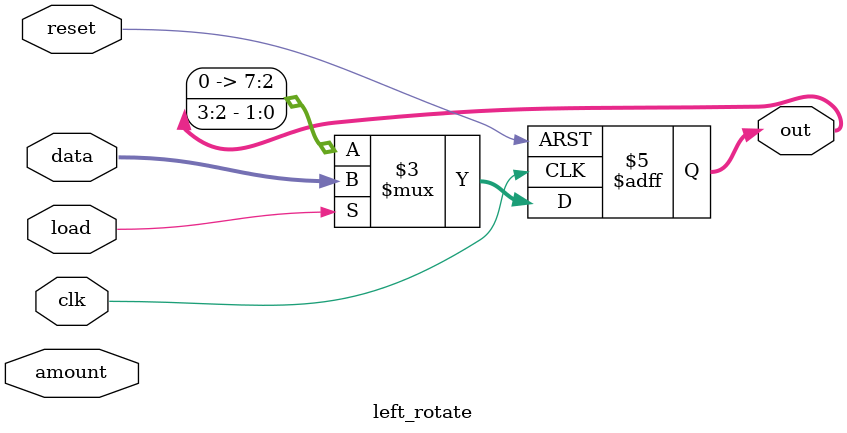
<source format=v>
module left_rotate(clk,reset,amount,data,load,out);
input clk,reset;
input [2:0] amount;
input [7:0] data;
input load;
output reg [7:0] out;
// when load is high, load data to out
// otherwise rotate the out register followed by left shift the out register by amount bits
always @(posedge clk, posedge reset)
begin
	if(reset)
	begin
	out = 0;
	end
	else if(load)
	begin
	out = data;
	end
	else
	begin
	out = {out[6:0],out[7]};
	out = {out[5:0],out[7:6]};
	out = {out[4:0],out[7:5]};
	out = {out[3:0],out[7:4]};
	out = {out[2:0],out[7:3]};
	out = {out[1:0],out[7:2]};
	out = {out[0],out[7]};
	end
end
endmodule

</source>
